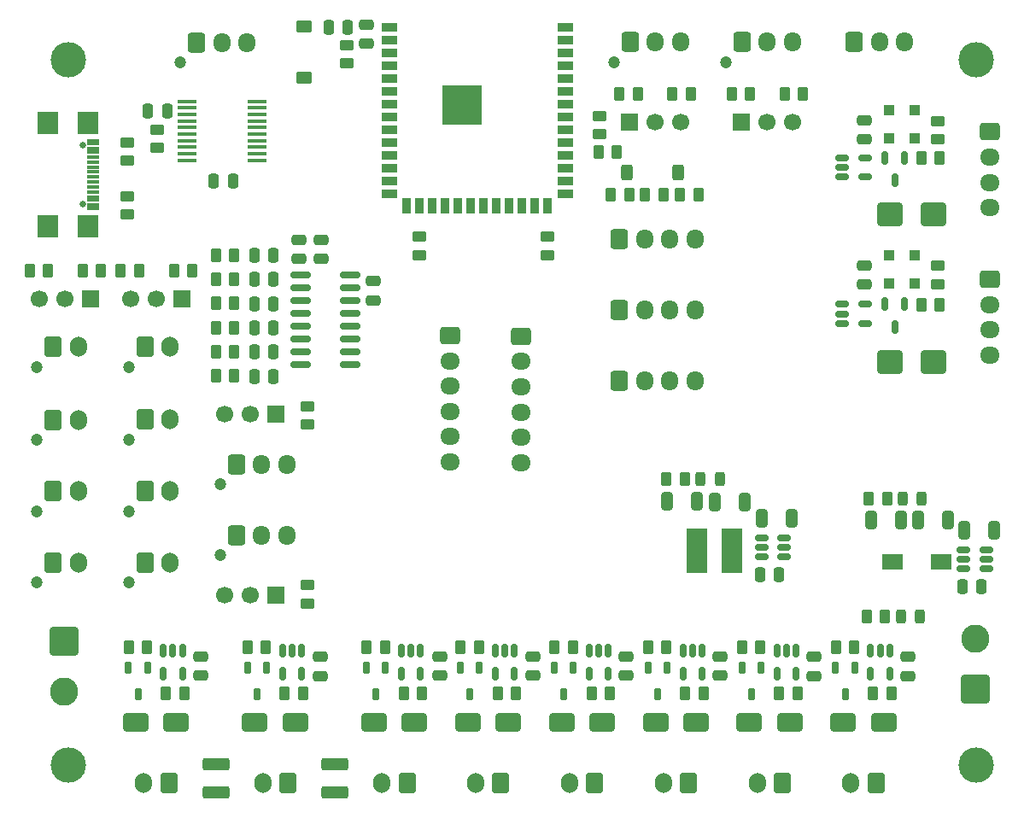
<source format=gts>
%TF.GenerationSoftware,KiCad,Pcbnew,9.0.6*%
%TF.CreationDate,2026-01-06T18:18:01+01:00*%
%TF.ProjectId,pellet_burner,70656c6c-6574-45f6-9275-726e65722e6b,rev?*%
%TF.SameCoordinates,Original*%
%TF.FileFunction,Soldermask,Top*%
%TF.FilePolarity,Negative*%
%FSLAX46Y46*%
G04 Gerber Fmt 4.6, Leading zero omitted, Abs format (unit mm)*
G04 Created by KiCad (PCBNEW 9.0.6) date 2026-01-06 18:18:01*
%MOMM*%
%LPD*%
G01*
G04 APERTURE LIST*
G04 Aperture macros list*
%AMRoundRect*
0 Rectangle with rounded corners*
0 $1 Rounding radius*
0 $2 $3 $4 $5 $6 $7 $8 $9 X,Y pos of 4 corners*
0 Add a 4 corners polygon primitive as box body*
4,1,4,$2,$3,$4,$5,$6,$7,$8,$9,$2,$3,0*
0 Add four circle primitives for the rounded corners*
1,1,$1+$1,$2,$3*
1,1,$1+$1,$4,$5*
1,1,$1+$1,$6,$7*
1,1,$1+$1,$8,$9*
0 Add four rect primitives between the rounded corners*
20,1,$1+$1,$2,$3,$4,$5,0*
20,1,$1+$1,$4,$5,$6,$7,0*
20,1,$1+$1,$6,$7,$8,$9,0*
20,1,$1+$1,$8,$9,$2,$3,0*%
G04 Aperture macros list end*
%ADD10C,0.600000*%
%ADD11R,3.900000X3.900000*%
%ADD12R,1.500000X0.900000*%
%ADD13R,0.900000X1.500000*%
%ADD14C,2.800000*%
%ADD15RoundRect,0.250001X-1.149999X1.149999X-1.149999X-1.149999X1.149999X-1.149999X1.149999X1.149999X0*%
%ADD16RoundRect,0.250000X-0.250000X-0.475000X0.250000X-0.475000X0.250000X0.475000X-0.250000X0.475000X0*%
%ADD17RoundRect,0.150000X-0.150000X0.512500X-0.150000X-0.512500X0.150000X-0.512500X0.150000X0.512500X0*%
%ADD18O,1.700000X1.950000*%
%ADD19RoundRect,0.250000X-0.600000X-0.725000X0.600000X-0.725000X0.600000X0.725000X-0.600000X0.725000X0*%
%ADD20C,1.200000*%
%ADD21R,2.000000X2.180000*%
%ADD22R,1.150000X0.300000*%
%ADD23C,0.650000*%
%ADD24O,1.700000X2.000000*%
%ADD25RoundRect,0.250000X-0.600000X-0.750000X0.600000X-0.750000X0.600000X0.750000X-0.600000X0.750000X0*%
%ADD26RoundRect,0.250000X-0.450000X0.262500X-0.450000X-0.262500X0.450000X-0.262500X0.450000X0.262500X0*%
%ADD27RoundRect,0.250000X0.262500X0.450000X-0.262500X0.450000X-0.262500X-0.450000X0.262500X-0.450000X0*%
%ADD28RoundRect,0.300000X0.500000X-0.300000X0.500000X0.300000X-0.500000X0.300000X-0.500000X-0.300000X0*%
%ADD29RoundRect,0.300000X-0.300000X-0.500000X0.300000X-0.500000X0.300000X0.500000X-0.300000X0.500000X0*%
%ADD30RoundRect,0.250000X-0.262500X-0.450000X0.262500X-0.450000X0.262500X0.450000X-0.262500X0.450000X0*%
%ADD31RoundRect,0.250000X0.300000X-0.300000X0.300000X0.300000X-0.300000X0.300000X-0.300000X-0.300000X0*%
%ADD32RoundRect,0.250000X0.475000X-0.250000X0.475000X0.250000X-0.475000X0.250000X-0.475000X-0.250000X0*%
%ADD33RoundRect,0.250000X0.450000X-0.262500X0.450000X0.262500X-0.450000X0.262500X-0.450000X-0.262500X0*%
%ADD34R,1.700000X1.700000*%
%ADD35C,1.700000*%
%ADD36RoundRect,0.150000X-0.512500X-0.150000X0.512500X-0.150000X0.512500X0.150000X-0.512500X0.150000X0*%
%ADD37RoundRect,0.150000X0.512500X0.150000X-0.512500X0.150000X-0.512500X-0.150000X0.512500X-0.150000X0*%
%ADD38R,2.000000X4.400000*%
%ADD39RoundRect,0.250000X1.000000X0.650000X-1.000000X0.650000X-1.000000X-0.650000X1.000000X-0.650000X0*%
%ADD40RoundRect,0.162500X-0.162500X0.447500X-0.162500X-0.447500X0.162500X-0.447500X0.162500X0.447500X0*%
%ADD41RoundRect,0.250000X0.325000X0.650000X-0.325000X0.650000X-0.325000X-0.650000X0.325000X-0.650000X0*%
%ADD42RoundRect,0.250000X0.250000X0.475000X-0.250000X0.475000X-0.250000X-0.475000X0.250000X-0.475000X0*%
%ADD43RoundRect,0.250000X0.600000X0.750000X-0.600000X0.750000X-0.600000X-0.750000X0.600000X-0.750000X0*%
%ADD44RoundRect,0.250000X-1.075000X0.375000X-1.075000X-0.375000X1.075000X-0.375000X1.075000X0.375000X0*%
%ADD45RoundRect,0.100000X-0.850000X-0.100000X0.850000X-0.100000X0.850000X0.100000X-0.850000X0.100000X0*%
%ADD46RoundRect,0.250000X-0.325000X-0.650000X0.325000X-0.650000X0.325000X0.650000X-0.325000X0.650000X0*%
%ADD47RoundRect,0.250000X-0.475000X0.250000X-0.475000X-0.250000X0.475000X-0.250000X0.475000X0.250000X0*%
%ADD48RoundRect,0.150000X-0.825000X-0.150000X0.825000X-0.150000X0.825000X0.150000X-0.825000X0.150000X0*%
%ADD49RoundRect,0.250000X1.000000X0.900000X-1.000000X0.900000X-1.000000X-0.900000X1.000000X-0.900000X0*%
%ADD50RoundRect,0.243750X-0.243750X-0.456250X0.243750X-0.456250X0.243750X0.456250X-0.243750X0.456250X0*%
%ADD51RoundRect,0.250000X-0.725000X0.600000X-0.725000X-0.600000X0.725000X-0.600000X0.725000X0.600000X0*%
%ADD52O,1.950000X1.700000*%
%ADD53R,2.150000X1.600000*%
%ADD54RoundRect,0.250001X1.149999X-1.149999X1.149999X1.149999X-1.149999X1.149999X-1.149999X-1.149999X0*%
%ADD55C,3.500000*%
G04 APERTURE END LIST*
D10*
%TO.C,U3*%
X95478600Y-70197400D03*
X95478600Y-68797400D03*
X94778600Y-70897400D03*
X94778600Y-69497400D03*
X94778600Y-68097400D03*
X94078600Y-70197400D03*
D11*
X94078600Y-69497400D03*
D10*
X94078600Y-68797400D03*
X93378600Y-70897400D03*
X93378600Y-69497400D03*
X93378600Y-68097400D03*
X92678600Y-70197400D03*
X92678600Y-68797400D03*
D12*
X104328600Y-61777400D03*
X104328600Y-63047400D03*
X104328600Y-64317400D03*
X104328600Y-65587400D03*
X104328600Y-66857400D03*
X104328600Y-68127400D03*
X104328600Y-69397400D03*
X104328600Y-70667400D03*
X104328600Y-71937400D03*
X104328600Y-73207400D03*
X104328600Y-74477400D03*
X104328600Y-75747400D03*
X104328600Y-77017400D03*
X104328600Y-78287400D03*
D13*
X102563600Y-79537400D03*
X101293600Y-79537400D03*
X100023600Y-79537400D03*
X98753600Y-79537400D03*
X97483600Y-79537400D03*
X96213600Y-79537400D03*
X94943600Y-79537400D03*
X93673600Y-79537400D03*
X92403600Y-79537400D03*
X91133600Y-79537400D03*
X89863600Y-79537400D03*
X88593600Y-79537400D03*
D12*
X86828600Y-78287400D03*
X86828600Y-77017400D03*
X86828600Y-75747400D03*
X86828600Y-74477400D03*
X86828600Y-73207400D03*
X86828600Y-71937400D03*
X86828600Y-70667400D03*
X86828600Y-69397400D03*
X86828600Y-68127400D03*
X86828600Y-66857400D03*
X86828600Y-65587400D03*
X86828600Y-64317400D03*
X86828600Y-63047400D03*
X86828600Y-61777400D03*
%TD*%
D14*
%TO.C,J13*%
X54584600Y-127660400D03*
D15*
X54584600Y-122660400D03*
%TD*%
D16*
%TO.C,C15*%
X82738000Y-61772800D03*
X80838000Y-61772800D03*
%TD*%
D17*
%TO.C,D6*%
X136946600Y-91539900D03*
X135996600Y-89264900D03*
X137896600Y-89264900D03*
%TD*%
%TO.C,D10*%
X136946600Y-77005600D03*
X135996600Y-74730600D03*
X137896600Y-74730600D03*
%TD*%
D18*
%TO.C,J1*%
X137932800Y-63254400D03*
X135432800Y-63254400D03*
D19*
X132932800Y-63254400D03*
%TD*%
D18*
%TO.C,J2*%
X72745600Y-63296800D03*
X70245600Y-63296800D03*
D19*
X67745600Y-63296800D03*
D20*
X66145600Y-65296800D03*
%TD*%
D21*
%TO.C,J7*%
X56939800Y-81513200D03*
X56939800Y-71293200D03*
X53009800Y-81513200D03*
X53009800Y-71293200D03*
D22*
X57514800Y-73353200D03*
X57514800Y-74153200D03*
X57514800Y-74653200D03*
X57514800Y-75653200D03*
X57514800Y-77153200D03*
X57514800Y-78153200D03*
X57514800Y-78653200D03*
X57514800Y-79453200D03*
X57514800Y-79753200D03*
X57514800Y-78953200D03*
X57514800Y-77653200D03*
X57514800Y-76653200D03*
X57514800Y-76153200D03*
X57514800Y-75153200D03*
X57514800Y-73853200D03*
X57514800Y-73053200D03*
D23*
X56439800Y-79293200D03*
X56439800Y-73513200D03*
%TD*%
D18*
%TO.C,J15*%
X115707800Y-63254400D03*
X113207800Y-63254400D03*
D19*
X110707800Y-63254400D03*
D20*
X109107800Y-65254400D03*
%TD*%
D18*
%TO.C,J18*%
X126820300Y-63254400D03*
X124320300Y-63254400D03*
D19*
X121820300Y-63254400D03*
D20*
X120220300Y-65254400D03*
%TD*%
D24*
%TO.C,J21*%
X65137200Y-93497400D03*
D25*
X62637200Y-93497400D03*
D20*
X61037200Y-95497400D03*
%TD*%
D24*
%TO.C,J22*%
X56018600Y-93497400D03*
D25*
X53518600Y-93497400D03*
D20*
X51918600Y-95497400D03*
%TD*%
D24*
%TO.C,J23*%
X56018600Y-100743000D03*
D25*
X53518600Y-100743000D03*
D20*
X51918600Y-102743000D03*
%TD*%
D24*
%TO.C,J24*%
X65137200Y-100711000D03*
D25*
X62637200Y-100711000D03*
D20*
X61037200Y-102711000D03*
%TD*%
D24*
%TO.C,J25*%
X56018600Y-107813600D03*
D25*
X53518600Y-107813600D03*
D20*
X51918600Y-109813600D03*
%TD*%
D24*
%TO.C,J26*%
X65137200Y-107797600D03*
D25*
X62637200Y-107797600D03*
D20*
X61037200Y-109797600D03*
%TD*%
D24*
%TO.C,J27*%
X56018600Y-114884200D03*
D25*
X53518600Y-114884200D03*
D20*
X51918600Y-116884200D03*
%TD*%
D24*
%TO.C,J28*%
X65137200Y-114884200D03*
D25*
X62637200Y-114884200D03*
D20*
X61037200Y-116884200D03*
%TD*%
D18*
%TO.C,J29*%
X76690400Y-112167933D03*
X74190400Y-112167933D03*
D19*
X71690400Y-112167933D03*
D20*
X70090400Y-114167933D03*
%TD*%
D18*
%TO.C,J34*%
X76690400Y-105120467D03*
X74190400Y-105120467D03*
D19*
X71690400Y-105120467D03*
D20*
X70090400Y-107120467D03*
%TD*%
D26*
%TO.C,R3*%
X82600800Y-65403100D03*
X82600800Y-63578100D03*
%TD*%
%TO.C,R11*%
X89863600Y-84402300D03*
X89863600Y-82577300D03*
%TD*%
%TO.C,R12*%
X102563600Y-84402300D03*
X102563600Y-82577300D03*
%TD*%
D27*
%TO.C,R34*%
X112203700Y-78409800D03*
X114028700Y-78409800D03*
%TD*%
D28*
%TO.C,SW1*%
X78359000Y-61737400D03*
X78359000Y-66837400D03*
%TD*%
D29*
%TO.C,SW2*%
X115513800Y-76174600D03*
X110413800Y-76174600D03*
%TD*%
D30*
%TO.C,R35*%
X109665300Y-68402200D03*
X111490300Y-68402200D03*
%TD*%
D31*
%TO.C,D12*%
X138912600Y-72828600D03*
X138912600Y-70028600D03*
%TD*%
D27*
%TO.C,R4*%
X127316385Y-127838343D03*
X125491385Y-127838343D03*
%TD*%
D32*
%TO.C,C22*%
X133962800Y-72923600D03*
X133962800Y-71023600D03*
%TD*%
D33*
%TO.C,R21*%
X60858400Y-75029700D03*
X60858400Y-73204700D03*
%TD*%
D30*
%TO.C,R44*%
X56442900Y-85928200D03*
X58267900Y-85928200D03*
%TD*%
D34*
%TO.C,J19*%
X66282400Y-88722200D03*
D35*
X63742400Y-88722200D03*
X61202400Y-88722200D03*
%TD*%
D36*
%TO.C,U7*%
X131755300Y-74743100D03*
X131755300Y-75693100D03*
X131755300Y-76643100D03*
X134030300Y-76643100D03*
X134030300Y-74743100D03*
%TD*%
D37*
%TO.C,U1*%
X126008600Y-114300000D03*
X126008600Y-113350000D03*
X126008600Y-112400000D03*
X123733600Y-112400000D03*
X123733600Y-113350000D03*
X123733600Y-114300000D03*
%TD*%
D38*
%TO.C,L1*%
X120812600Y-113690400D03*
X117312600Y-113690400D03*
%TD*%
D39*
%TO.C,D19*%
X135841771Y-130733800D03*
X131841771Y-130733800D03*
%TD*%
D31*
%TO.C,D7*%
X138912600Y-87205000D03*
X138912600Y-84405000D03*
%TD*%
D27*
%TO.C,R16*%
X90104842Y-127838343D03*
X88279842Y-127838343D03*
%TD*%
D40*
%TO.C,Q2*%
X123688885Y-125308343D03*
X121788885Y-125308343D03*
X122738885Y-127928343D03*
%TD*%
D19*
%TO.C,J42*%
X109644800Y-89814400D03*
D18*
X112144800Y-89814400D03*
X114644800Y-89814400D03*
X117144800Y-89814400D03*
%TD*%
D17*
%TO.C,U5*%
X127158885Y-123632143D03*
X126208885Y-123632143D03*
X125258885Y-123632143D03*
X125258885Y-125907143D03*
X127158885Y-125907143D03*
%TD*%
D34*
%TO.C,J20*%
X57265400Y-88696800D03*
D35*
X54725400Y-88696800D03*
X52185400Y-88696800D03*
%TD*%
D30*
%TO.C,R30*%
X61002271Y-123240143D03*
X62827271Y-123240143D03*
%TD*%
D41*
%TO.C,C2*%
X146802600Y-111658400D03*
X143852600Y-111658400D03*
%TD*%
D42*
%TO.C,C4*%
X125496400Y-116078000D03*
X123596400Y-116078000D03*
%TD*%
D43*
%TO.C,J8*%
X97902728Y-136778343D03*
D24*
X95402728Y-136778343D03*
%TD*%
D41*
%TO.C,C7*%
X137542800Y-110667800D03*
X134592800Y-110667800D03*
%TD*%
%TO.C,C5*%
X117324400Y-108839000D03*
X114374400Y-108839000D03*
%TD*%
D30*
%TO.C,R6*%
X69643700Y-86792280D03*
X71468700Y-86792280D03*
%TD*%
D43*
%TO.C,J12*%
X64994071Y-136778343D03*
D24*
X62494071Y-136778343D03*
%TD*%
D19*
%TO.C,J38*%
X109644800Y-96862900D03*
D18*
X112144800Y-96862900D03*
X114644800Y-96862900D03*
X117144800Y-96862900D03*
%TD*%
D42*
%TO.C,C25*%
X75356800Y-84424520D03*
X73456800Y-84424520D03*
%TD*%
D30*
%TO.C,R58*%
X103200614Y-123240143D03*
X105025614Y-123240143D03*
%TD*%
D37*
%TO.C,U4*%
X146056900Y-115529400D03*
X146056900Y-114579400D03*
X146056900Y-113629400D03*
X143781900Y-113629400D03*
X143781900Y-114579400D03*
X143781900Y-115529400D03*
%TD*%
D30*
%TO.C,R9*%
X112503500Y-123240143D03*
X114328500Y-123240143D03*
%TD*%
%TO.C,R40*%
X69643700Y-84394520D03*
X71468700Y-84394520D03*
%TD*%
D44*
%TO.C,F2*%
X69672200Y-134853343D03*
X69672200Y-137653343D03*
%TD*%
D43*
%TO.C,J11*%
X76796957Y-136778343D03*
D24*
X74296957Y-136778343D03*
%TD*%
D26*
%TO.C,R22*%
X60833000Y-78538700D03*
X60833000Y-80363700D03*
%TD*%
D31*
%TO.C,D8*%
X136372600Y-87205000D03*
X136372600Y-84405000D03*
%TD*%
D45*
%TO.C,U15*%
X66761600Y-69138800D03*
X66761600Y-69788800D03*
X66761600Y-70438800D03*
X66761600Y-71088800D03*
X66761600Y-71738800D03*
X66761600Y-72388800D03*
X66761600Y-73038800D03*
X66761600Y-73688800D03*
X66761600Y-74338800D03*
X66761600Y-74988800D03*
X73761600Y-74988800D03*
X73761600Y-74338800D03*
X73761600Y-73688800D03*
X73761600Y-73038800D03*
X73761600Y-72388800D03*
X73761600Y-71738800D03*
X73761600Y-71088800D03*
X73761600Y-70438800D03*
X73761600Y-69788800D03*
X73761600Y-69138800D03*
%TD*%
D40*
%TO.C,Q3*%
X95780228Y-125308343D03*
X93880228Y-125308343D03*
X94830228Y-127928343D03*
%TD*%
D39*
%TO.C,D20*%
X65721571Y-130733800D03*
X61721571Y-130733800D03*
%TD*%
D46*
%TO.C,C8*%
X139255200Y-110642400D03*
X142205200Y-110642400D03*
%TD*%
D42*
%TO.C,C3*%
X145539200Y-117297200D03*
X143639200Y-117297200D03*
%TD*%
D17*
%TO.C,U9*%
X108553114Y-123632143D03*
X107603114Y-123632143D03*
X106653114Y-123632143D03*
X106653114Y-125907143D03*
X108553114Y-125907143D03*
%TD*%
D30*
%TO.C,R26*%
X72791957Y-123240143D03*
X74616957Y-123240143D03*
%TD*%
D47*
%TO.C,C19*%
X138244414Y-124220543D03*
X138244414Y-126120543D03*
%TD*%
%TO.C,C16*%
X101078271Y-124210343D03*
X101078271Y-126110343D03*
%TD*%
%TO.C,C11*%
X128967471Y-124245943D03*
X128967471Y-126145943D03*
%TD*%
D31*
%TO.C,D11*%
X136372600Y-72828600D03*
X136372600Y-70028600D03*
%TD*%
D47*
%TO.C,C12*%
X119645671Y-124195143D03*
X119645671Y-126095143D03*
%TD*%
D41*
%TO.C,C1*%
X126707200Y-110464600D03*
X123757200Y-110464600D03*
%TD*%
D34*
%TO.C,J30*%
X75590400Y-118135400D03*
D35*
X73050400Y-118135400D03*
X70510400Y-118135400D03*
%TD*%
D47*
%TO.C,C27*%
X85217000Y-86984800D03*
X85217000Y-88884800D03*
%TD*%
D17*
%TO.C,U11*%
X89947342Y-123632143D03*
X88997342Y-123632143D03*
X88047342Y-123632143D03*
X88047342Y-125907143D03*
X89947342Y-125907143D03*
%TD*%
D30*
%TO.C,R24*%
X69643700Y-96383320D03*
X71468700Y-96383320D03*
%TD*%
D33*
%TO.C,R19*%
X141224000Y-87282500D03*
X141224000Y-85457500D03*
%TD*%
D40*
%TO.C,Q6*%
X74674457Y-125308343D03*
X72774457Y-125308343D03*
X73724457Y-127928343D03*
%TD*%
D48*
%TO.C,U20*%
X78043000Y-86385400D03*
X78043000Y-87655400D03*
X78043000Y-88925400D03*
X78043000Y-90195400D03*
X78043000Y-91465400D03*
X78043000Y-92735400D03*
X78043000Y-94005400D03*
X78043000Y-95275400D03*
X82993000Y-95275400D03*
X82993000Y-94005400D03*
X82993000Y-92735400D03*
X82993000Y-91465400D03*
X82993000Y-90195400D03*
X82993000Y-88925400D03*
X82993000Y-87655400D03*
X82993000Y-86385400D03*
%TD*%
D27*
%TO.C,R38*%
X127862800Y-68402200D03*
X126037800Y-68402200D03*
%TD*%
D40*
%TO.C,Q1*%
X105083114Y-125308343D03*
X103183114Y-125308343D03*
X104133114Y-127928343D03*
%TD*%
D33*
%TO.C,R49*%
X78690400Y-118957900D03*
X78690400Y-117132900D03*
%TD*%
D49*
%TO.C,D21*%
X140802800Y-80379800D03*
X136502800Y-80379800D03*
%TD*%
D43*
%TO.C,J3*%
X125811385Y-136778343D03*
D24*
X123311385Y-136778343D03*
%TD*%
D50*
%TO.C,D14*%
X137771900Y-108508800D03*
X139646900Y-108508800D03*
%TD*%
D34*
%TO.C,J16*%
X110667800Y-71221600D03*
D35*
X113207800Y-71221600D03*
X115747800Y-71221600D03*
%TD*%
D27*
%TO.C,R27*%
X136619271Y-127838343D03*
X134794271Y-127838343D03*
%TD*%
D32*
%TO.C,C23*%
X77927200Y-84770000D03*
X77927200Y-82870000D03*
%TD*%
D40*
%TO.C,Q8*%
X62884771Y-125308343D03*
X60984771Y-125308343D03*
X61934771Y-127928343D03*
%TD*%
%TO.C,Q5*%
X86477342Y-125308343D03*
X84577342Y-125308343D03*
X85527342Y-127928343D03*
%TD*%
D42*
%TO.C,C9*%
X64805600Y-70129400D03*
X62905600Y-70129400D03*
%TD*%
D27*
%TO.C,R43*%
X53007900Y-85928200D03*
X51182900Y-85928200D03*
%TD*%
D47*
%TO.C,C20*%
X68163671Y-124169743D03*
X68163671Y-126069743D03*
%TD*%
D39*
%TO.C,D18*%
X77524457Y-130733800D03*
X73524457Y-130733800D03*
%TD*%
D19*
%TO.C,J41*%
X109644800Y-82765900D03*
D18*
X112144800Y-82765900D03*
X114644800Y-82765900D03*
X117144800Y-82765900D03*
%TD*%
D51*
%TO.C,J14*%
X99923600Y-92452800D03*
D52*
X99923600Y-94952800D03*
X99923600Y-97452800D03*
X99923600Y-99952800D03*
X99923600Y-102452800D03*
X99923600Y-104952800D03*
%TD*%
D30*
%TO.C,R23*%
X69643700Y-93985560D03*
X71468700Y-93985560D03*
%TD*%
D27*
%TO.C,R37*%
X116750300Y-68402200D03*
X114925300Y-68402200D03*
%TD*%
D33*
%TO.C,R45*%
X107670600Y-72413500D03*
X107670600Y-70588500D03*
%TD*%
D27*
%TO.C,R32*%
X136218300Y-108508800D03*
X134393300Y-108508800D03*
%TD*%
%TO.C,R42*%
X109395900Y-74193400D03*
X107570900Y-74193400D03*
%TD*%
D32*
%TO.C,C21*%
X133962800Y-87300000D03*
X133962800Y-85400000D03*
%TD*%
D17*
%TO.C,U2*%
X99250228Y-123632143D03*
X98300228Y-123632143D03*
X97350228Y-123632143D03*
X97350228Y-125907143D03*
X99250228Y-125907143D03*
%TD*%
D46*
%TO.C,C6*%
X119109000Y-108889800D03*
X122059000Y-108889800D03*
%TD*%
D30*
%TO.C,R2*%
X93897728Y-123240143D03*
X95722728Y-123240143D03*
%TD*%
D43*
%TO.C,J4*%
X116508500Y-136778343D03*
D24*
X114008500Y-136778343D03*
%TD*%
D51*
%TO.C,J37*%
X92837000Y-92402000D03*
D52*
X92837000Y-94902000D03*
X92837000Y-97402000D03*
X92837000Y-99902000D03*
X92837000Y-102402000D03*
X92837000Y-104902000D03*
%TD*%
D39*
%TO.C,D4*%
X117236000Y-130733800D03*
X113236000Y-130733800D03*
%TD*%
%TO.C,D3*%
X126538885Y-130733800D03*
X122538885Y-130733800D03*
%TD*%
D47*
%TO.C,C17*%
X91832671Y-124195143D03*
X91832671Y-126095143D03*
%TD*%
D51*
%TO.C,U8*%
X146380200Y-86814000D03*
D52*
X146380200Y-89314000D03*
X146380200Y-91814000D03*
X146380200Y-94314000D03*
%TD*%
D42*
%TO.C,C30*%
X75356800Y-94015560D03*
X73456800Y-94015560D03*
%TD*%
D30*
%TO.C,R18*%
X139600300Y-89302400D03*
X141425300Y-89302400D03*
%TD*%
D40*
%TO.C,Q7*%
X132991771Y-125308343D03*
X131091771Y-125308343D03*
X132041771Y-127928343D03*
%TD*%
D30*
%TO.C,R15*%
X69643700Y-89190040D03*
X71468700Y-89190040D03*
%TD*%
D32*
%TO.C,C24*%
X80111600Y-84770000D03*
X80111600Y-82870000D03*
%TD*%
D34*
%TO.C,J17*%
X121780300Y-71221600D03*
D35*
X124320300Y-71221600D03*
X126860300Y-71221600D03*
%TD*%
D32*
%TO.C,C14*%
X84582000Y-63434000D03*
X84582000Y-61534000D03*
%TD*%
D30*
%TO.C,R8*%
X121806385Y-123240143D03*
X123631385Y-123240143D03*
%TD*%
D43*
%TO.C,J9*%
X88599842Y-136778343D03*
D24*
X86099842Y-136778343D03*
%TD*%
D39*
%TO.C,D2*%
X98630228Y-130733800D03*
X94630228Y-130733800D03*
%TD*%
D27*
%TO.C,R33*%
X116139700Y-106603800D03*
X114314700Y-106603800D03*
%TD*%
D43*
%TO.C,J10*%
X135114271Y-136778343D03*
D24*
X132614271Y-136778343D03*
%TD*%
D26*
%TO.C,R5*%
X63830200Y-71960100D03*
X63830200Y-73785100D03*
%TD*%
D27*
%TO.C,R29*%
X66499071Y-127838343D03*
X64674071Y-127838343D03*
%TD*%
D34*
%TO.C,J33*%
X75590400Y-100203000D03*
D35*
X73050400Y-100203000D03*
X70510400Y-100203000D03*
%TD*%
D27*
%TO.C,R10*%
X108710614Y-127838343D03*
X106885614Y-127838343D03*
%TD*%
%TO.C,R41*%
X67308100Y-85928200D03*
X65483100Y-85928200D03*
%TD*%
D17*
%TO.C,U6*%
X117856000Y-123632143D03*
X116906000Y-123632143D03*
X115956000Y-123632143D03*
X115956000Y-125907143D03*
X117856000Y-125907143D03*
%TD*%
D39*
%TO.C,D5*%
X89327342Y-130733800D03*
X85327342Y-130733800D03*
%TD*%
D51*
%TO.C,U14*%
X146380200Y-72179800D03*
D52*
X146380200Y-74679800D03*
X146380200Y-77179800D03*
X146380200Y-79679800D03*
%TD*%
D42*
%TO.C,C10*%
X71358800Y-77089000D03*
X69458800Y-77089000D03*
%TD*%
D50*
%TO.C,D13*%
X137568700Y-120218200D03*
X139443700Y-120218200D03*
%TD*%
D40*
%TO.C,Q4*%
X114386000Y-125308343D03*
X112486000Y-125308343D03*
X113436000Y-127928343D03*
%TD*%
D17*
%TO.C,U22*%
X136461771Y-123632143D03*
X135511771Y-123632143D03*
X134561771Y-123632143D03*
X134561771Y-125907143D03*
X136461771Y-125907143D03*
%TD*%
D30*
%TO.C,R13*%
X139600300Y-74768100D03*
X141425300Y-74768100D03*
%TD*%
%TO.C,R36*%
X120777800Y-68402200D03*
X122602800Y-68402200D03*
%TD*%
D27*
%TO.C,R47*%
X110615100Y-78409800D03*
X108790100Y-78409800D03*
%TD*%
%TO.C,R1*%
X99407728Y-127838343D03*
X97582728Y-127838343D03*
%TD*%
%TO.C,R46*%
X117473100Y-78409800D03*
X115648100Y-78409800D03*
%TD*%
D42*
%TO.C,C26*%
X75356800Y-86822280D03*
X73456800Y-86822280D03*
%TD*%
D53*
%TO.C,L2*%
X141515800Y-114782600D03*
X136715800Y-114782600D03*
%TD*%
D27*
%TO.C,R7*%
X118013500Y-127838343D03*
X116188500Y-127838343D03*
%TD*%
D36*
%TO.C,U13*%
X131755300Y-89277400D03*
X131755300Y-90227400D03*
X131755300Y-91177400D03*
X134030300Y-91177400D03*
X134030300Y-89277400D03*
%TD*%
D50*
%TO.C,D15*%
X117718700Y-106603800D03*
X119593700Y-106603800D03*
%TD*%
D30*
%TO.C,R28*%
X131109271Y-123240143D03*
X132934271Y-123240143D03*
%TD*%
D27*
%TO.C,R31*%
X135989700Y-120218200D03*
X134164700Y-120218200D03*
%TD*%
D17*
%TO.C,U23*%
X66341571Y-123632143D03*
X65391571Y-123632143D03*
X64441571Y-123632143D03*
X64441571Y-125907143D03*
X66341571Y-125907143D03*
%TD*%
D42*
%TO.C,C29*%
X75356800Y-91617800D03*
X73456800Y-91617800D03*
%TD*%
D49*
%TO.C,D9*%
X140757800Y-95014000D03*
X136457800Y-95014000D03*
%TD*%
D42*
%TO.C,C31*%
X75356800Y-96408320D03*
X73456800Y-96408320D03*
%TD*%
D54*
%TO.C,J6*%
X144976100Y-127446600D03*
D14*
X144976100Y-122446600D03*
%TD*%
D47*
%TO.C,C18*%
X79985471Y-124220543D03*
X79985471Y-126120543D03*
%TD*%
D39*
%TO.C,D1*%
X107933114Y-130733800D03*
X103933114Y-130733800D03*
%TD*%
D30*
%TO.C,R20*%
X69643700Y-91587800D03*
X71468700Y-91587800D03*
%TD*%
%TO.C,R17*%
X84594842Y-123240143D03*
X86419842Y-123240143D03*
%TD*%
%TO.C,R39*%
X60223100Y-85928200D03*
X62048100Y-85928200D03*
%TD*%
D17*
%TO.C,U21*%
X78144457Y-123632143D03*
X77194457Y-123632143D03*
X76244457Y-123632143D03*
X76244457Y-125907143D03*
X78144457Y-125907143D03*
%TD*%
D42*
%TO.C,C28*%
X75356800Y-89220040D03*
X73456800Y-89220040D03*
%TD*%
D44*
%TO.C,F3*%
X81457800Y-134853343D03*
X81457800Y-137653343D03*
%TD*%
D27*
%TO.C,R25*%
X78301957Y-127838343D03*
X76476957Y-127838343D03*
%TD*%
D26*
%TO.C,R53*%
X78690400Y-99380500D03*
X78690400Y-101205500D03*
%TD*%
D43*
%TO.C,J5*%
X107205614Y-136778343D03*
D24*
X104705614Y-136778343D03*
%TD*%
D33*
%TO.C,R14*%
X141224000Y-72906100D03*
X141224000Y-71081100D03*
%TD*%
D47*
%TO.C,C13*%
X110349271Y-124210343D03*
X110349271Y-126110343D03*
%TD*%
D55*
%TO.C,REF\u002A\u002A*%
X145000000Y-65000000D03*
%TD*%
%TO.C,REF\u002A\u002A*%
X145000000Y-135000000D03*
%TD*%
%TO.C,REF\u002A\u002A*%
X55000000Y-135000000D03*
%TD*%
%TO.C,REF\u002A\u002A*%
X55000000Y-65000000D03*
%TD*%
M02*

</source>
